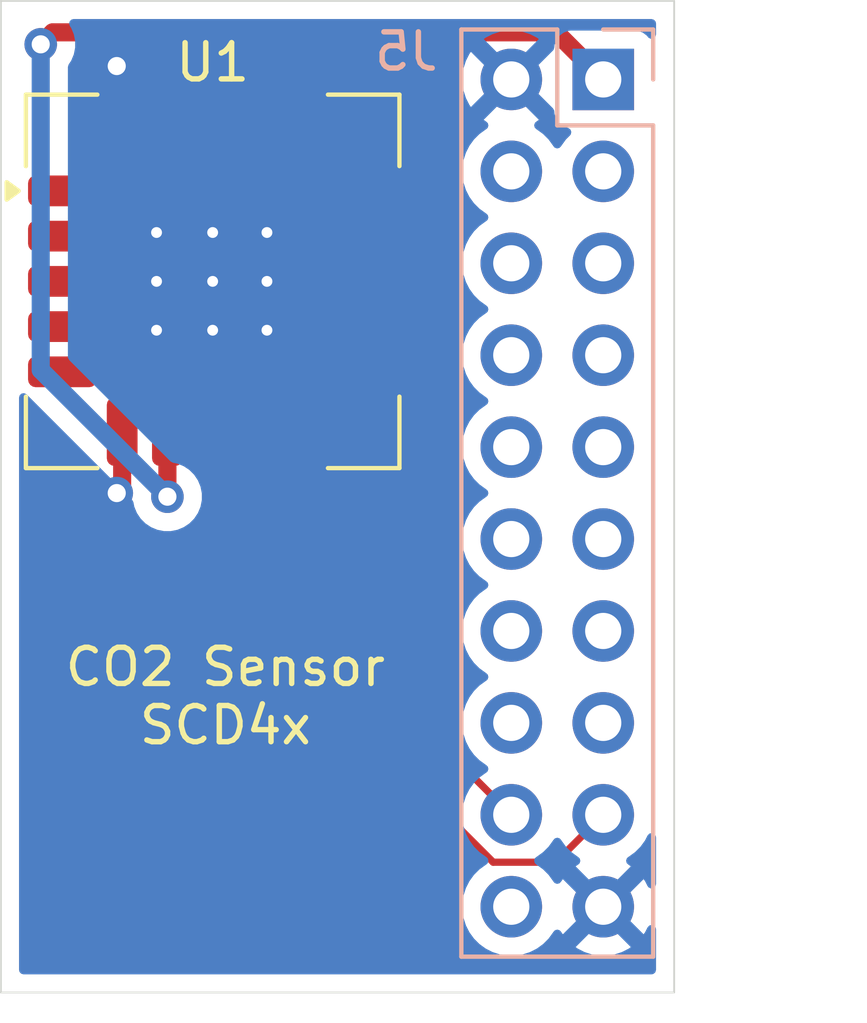
<source format=kicad_pcb>
(kicad_pcb (version 20241229) (generator "pcbnew") (generator_version "9.0")
  (layers (0 "F.Cu" signal) (2 "B.Cu" signal) (13 "F.Paste" user) (15 "B.Paste" user) (5 "F.SilkS" user "F.Silkscreen") (7 "B.SilkS" user "B.Silkscreen") (1 "F.Mask" user) (3 "B.Mask" user) (25 "Edge.Cuts" user))
  (net 0 "")
  (net 5 "/3V3")
  (net 9 "/SDA")
  (net 13 "/SCL")
  (net 15 "GND")
  (footprint "Sensor:Sensirion_SCD4x-1EP_10.1x10.1mm_P1.25mm_EP4.8x4.8mm" (layer "F.Cu") (at 135.65 100.15)
    (property "Reference" "U1" (at 0 -6.05 0) (layer "F.SilkS"))
    (property "Value" "SCD41-D-R2")
    (fp_line (start -5.16 -5.16) (end -3.185 -5.16) (stroke (width 0.12)) (layer "F.SilkS"))
    (fp_line (start -5.16 -3.185) (end -5.16 -5.16) (stroke (width 0.12)) (layer "F.SilkS"))
    (fp_line (start -5.16 5.16) (end -5.16 3.185) (stroke (width 0.12)) (layer "F.SilkS"))
    (fp_line (start -3.185 5.16) (end -5.16 5.16) (stroke (width 0.12)) (layer "F.SilkS"))
    (fp_line (start 3.185 -5.16) (end 5.16 -5.16) (stroke (width 0.12)) (layer "F.SilkS"))
    (fp_line (start 5.16 -5.16) (end 5.16 -3.185) (stroke (width 0.12)) (layer "F.SilkS"))
    (fp_line (start 5.16 3.185) (end 5.16 5.16) (stroke (width 0.12)) (layer "F.SilkS"))
    (fp_line (start 5.16 5.16) (end 3.185 5.16) (stroke (width 0.12)) (layer "F.SilkS"))
    (fp_poly (pts (xy -5.36 -2.5) (xy -5.69 -2.26) (xy -5.69 -2.74)) (stroke (width 0.12)) (fill yes) (layer "F.SilkS"))
    (pad "1" smd roundrect (at -4.15 -2.5) (size 1.9 0.85) (layers "F.Cu" "F.Mask" "F.Paste"))
    (pad "2" smd roundrect (at -4.15 -1.25) (size 1.9 0.85) (layers "F.Cu" "F.Mask" "F.Paste"))
    (pad "3" smd roundrect (at -4.15 0) (size 1.9 0.85) (layers "F.Cu" "F.Mask" "F.Paste"))
    (pad "4" smd roundrect (at -4.15 1.25) (size 1.9 0.85) (layers "F.Cu" "F.Mask" "F.Paste"))
    (pad "5" smd roundrect (at -4.15 2.5) (size 1.9 0.85) (layers "F.Cu" "F.Mask" "F.Paste"))
    (pad "6" smd roundrect (at -2.5 4.15) (size 0.85 1.9) (layers "F.Cu" "F.Mask" "F.Paste") (net 15 "GND"))
    (pad "7" smd roundrect (at -1.25 4.15) (size 0.85 1.9) (layers "F.Cu" "F.Mask" "F.Paste") (net 5 "/3V3"))
    (pad "8" smd roundrect (at 0 4.15) (size 0.85 1.9) (layers "F.Cu" "F.Mask" "F.Paste"))
    (pad "9" smd roundrect (at 1.25 4.15) (size 0.85 1.9) (layers "F.Cu" "F.Mask" "F.Paste") (net 13 "/SCL"))
    (pad "10" smd roundrect (at 2.5 4.15) (size 0.85 1.9) (layers "F.Cu" "F.Mask" "F.Paste") (net 9 "/SDA"))
    (pad "11" smd roundrect (at 4.15 2.5) (size 1.9 0.85) (layers "F.Cu" "F.Mask" "F.Paste"))
    (pad "12" smd roundrect (at 4.15 1.25) (size 1.9 0.85) (layers "F.Cu" "F.Mask" "F.Paste"))
    (pad "13" smd roundrect (at 4.15 0) (size 1.9 0.85) (layers "F.Cu" "F.Mask" "F.Paste"))
    (pad "14" smd roundrect (at 4.15 -1.25) (size 1.9 0.85) (layers "F.Cu" "F.Mask" "F.Paste"))
    (pad "15" smd roundrect (at 4.15 -2.5) (size 1.9 0.85) (layers "F.Cu" "F.Mask" "F.Paste"))
    (pad "16" smd roundrect (at 2.5 -4.15) (size 0.85 1.9) (layers "F.Cu" "F.Mask" "F.Paste"))
    (pad "17" smd roundrect (at 1.25 -4.15) (size 0.85 1.9) (layers "F.Cu" "F.Mask" "F.Paste"))
    (pad "18" smd roundrect (at 0 -4.15) (size 0.85 1.9) (layers "F.Cu" "F.Mask" "F.Paste"))
    (pad "19" smd roundrect (at -1.25 -4.15) (size 0.85 1.9) (layers "F.Cu" "F.Mask" "F.Paste") (net 5 "/3V3"))
    (pad "20" smd roundrect (at -2.5 -4.15) (size 0.85 1.9) (layers "F.Cu" "F.Mask" "F.Paste") (net 15 "GND"))
    (pad "21" smd rect (at 0 0) (size 4.8 4.8) (property pad_prop_heatsink) (layers "F.Cu" "F.Mask") (net 15 "GND"))
  )
  (footprint "Connector_PinHeader_2.54mm:PinHeader_2x10_P2.54mm_Vertical" (layer "B.Cu") (at 146.44 94.57 180)
    (property "Reference" "J5" (at 5.44 0.77 0) (layer "B.SilkS") (effects (justify mirror)))
    (property "Value" "Conn_02x10_Odd_Even")
    (fp_line (start 3.92 1.38) (end 3.92 -24.24) (stroke (width 0.12)) (layer "B.SilkS"))
    (fp_line (start 1.27 1.38) (end 3.92 1.38) (stroke (width 0.12)) (layer "B.SilkS"))
    (fp_line (start 1.27 -1.27) (end 1.27 1.38) (stroke (width 0.12)) (layer "B.SilkS"))
    (fp_line (start -1.38 1.38) (end 0 1.38) (stroke (width 0.12)) (layer "B.SilkS"))
    (fp_line (start -1.38 0) (end -1.38 1.38) (stroke (width 0.12)) (layer "B.SilkS"))
    (fp_line (start -1.38 -1.27) (end 1.27 -1.27) (stroke (width 0.12)) (layer "B.SilkS"))
    (fp_line (start -1.38 -1.27) (end -1.38 -24.24) (stroke (width 0.12)) (layer "B.SilkS"))
    (fp_line (start -1.38 -24.24) (end 3.92 -24.24) (stroke (width 0.12)) (layer "B.SilkS"))
    (pad "1" thru_hole rect (at 0 0 180) (size 1.7 1.7) (drill 1) (layers "*.Cu" "*.Mask") (net 5 "/3V3"))
    (pad "2" thru_hole circle (at 2.54 0 180) (size 1.7 1.7) (drill 1) (layers "*.Cu" "*.Mask") (net 15 "GND"))
    (pad "3" thru_hole circle (at 0 -2.54 180) (size 1.7 1.7) (drill 1) (layers "*.Cu" "*.Mask"))
    (pad "4" thru_hole circle (at 2.54 -2.54 180) (size 1.7 1.7) (drill 1) (layers "*.Cu" "*.Mask"))
    (pad "5" thru_hole circle (at 0 -5.08 180) (size 1.7 1.7) (drill 1) (layers "*.Cu" "*.Mask"))
    (pad "6" thru_hole circle (at 2.54 -5.08 180) (size 1.7 1.7) (drill 1) (layers "*.Cu" "*.Mask"))
    (pad "7" thru_hole circle (at 0 -7.62 180) (size 1.7 1.7) (drill 1) (layers "*.Cu" "*.Mask"))
    (pad "8" thru_hole circle (at 2.54 -7.62 180) (size 1.7 1.7) (drill 1) (layers "*.Cu" "*.Mask"))
    (pad "9" thru_hole circle (at 0 -10.16 180) (size 1.7 1.7) (drill 1) (layers "*.Cu" "*.Mask"))
    (pad "10" thru_hole circle (at 2.54 -10.16 180) (size 1.7 1.7) (drill 1) (layers "*.Cu" "*.Mask"))
    (pad "11" thru_hole circle (at 0 -12.7 180) (size 1.7 1.7) (drill 1) (layers "*.Cu" "*.Mask"))
    (pad "12" thru_hole circle (at 2.54 -12.7 180) (size 1.7 1.7) (drill 1) (layers "*.Cu" "*.Mask"))
    (pad "13" thru_hole circle (at 0 -15.24 180) (size 1.7 1.7) (drill 1) (layers "*.Cu" "*.Mask"))
    (pad "14" thru_hole circle (at 2.54 -15.24 180) (size 1.7 1.7) (drill 1) (layers "*.Cu" "*.Mask"))
    (pad "15" thru_hole circle (at 0 -17.78 180) (size 1.7 1.7) (drill 1) (layers "*.Cu" "*.Mask"))
    (pad "16" thru_hole circle (at 2.54 -17.78 180) (size 1.7 1.7) (drill 1) (layers "*.Cu" "*.Mask"))
    (pad "17" thru_hole circle (at 0 -20.32 180) (size 1.7 1.7) (drill 1) (layers "*.Cu" "*.Mask") (net 13 "/SCL"))
    (pad "18" thru_hole circle (at 2.54 -20.32 180) (size 1.7 1.7) (drill 1) (layers "*.Cu" "*.Mask") (net 9 "/SDA"))
    (pad "19" thru_hole circle (at 0 -22.86 180) (size 1.7 1.7) (drill 1) (layers "*.Cu" "*.Mask") (net 15 "GND"))
    (pad "20" thru_hole circle (at 2.54 -22.86 180) (size 1.7 1.7) (drill 1) (layers "*.Cu" "*.Mask"))
  )
  (gr_rect (start 129.8 92.4) (end 148.4 119.8) (stroke (width 0.05)) (fill no) (layer "Edge.Cuts"))
  (gr_text "CO2 Sensor\nSCD4x" (at 136 113 0) (layer "F.SilkS") (effects (font (size 1 1)) (justify bottom)))
  (segment (start 136.181001 93.269) (end 134.35 93.269) (width 0.5) (layer "F.Cu") (net 5))
  (segment (start 131.231 93.269) (end 130.9 93.6) (width 0.5) (layer "F.Cu") (net 5))
  (segment (start 134.4 96) (end 134.4 93.319) (width 0.5) (layer "F.Cu") (net 5))
  (segment (start 146.44 94.57) (end 145.139 93.269) (width 0.5) (layer "F.Cu") (net 5))
  (segment (start 145.139 93.269) (end 136.181001 93.269) (width 0.5) (layer "F.Cu") (net 5))
  (segment (start 134.4 106.1) (end 134.4 104.3) (width 0.5) (layer "F.Cu") (net 5))
  (segment (start 134.4 93.319) (end 134.35 93.269) (width 0.5) (layer "F.Cu") (net 5))
  (segment (start 134.35 93.269) (end 131.231 93.269) (width 0.5) (layer "F.Cu") (net 5))
  (via (at 130.9 93.6) (size 0.9) (drill 0.5) (layers "F.Cu" "B.Cu") (net 5))
  (via (at 134.4 106.1) (size 0.9) (drill 0.5) (layers "F.Cu" "B.Cu") (net 5))
  (segment (start 130.9 93.6) (end 130.9 102.6) (width 0.5) (layer "B.Cu") (net 5))
  (segment (start 130.9 102.6) (end 134.4 106.1) (width 0.5) (layer "B.Cu") (net 5))
  (segment (start 138.15 104.3) (end 138.15 109.14) (width 0.2) (layer "F.Cu") (net 9))
  (segment (start 138.15 109.14) (end 143.9 114.89) (width 0.2) (layer "F.Cu") (net 9))
  (segment (start 145.13 116.2) (end 143.4 116.2) (width 0.2) (layer "F.Cu") (net 13))
  (segment (start 136.9 109.7) (end 136.9 104.3) (width 0.2) (layer "F.Cu") (net 13))
  (segment (start 146.44 114.89) (end 145.13 116.2) (width 0.2) (layer "F.Cu") (net 13))
  (segment (start 143.4 116.2) (end 136.9 109.7) (width 0.2) (layer "F.Cu") (net 13))
  (segment (start 133.15 94.35) (end 133 94.2) (width 0.5) (layer "F.Cu") (net 15))
  (segment (start 133.15 104.3) (end 133.15 105.85) (width 0.5) (layer "F.Cu") (net 15))
  (segment (start 133.15 96) (end 133.15 94.35) (width 0.5) (layer "F.Cu") (net 15))
  (segment (start 133.15 105.85) (end 133 106) (width 0.5) (layer "F.Cu") (net 15))
  (via (at 135.65 100.15) (size 0.6) (drill 0.3) (layers "F.Cu" "B.Cu") (net 15))
  (via (at 137.15 98.8) (size 0.6) (drill 0.3) (layers "F.Cu" "B.Cu") (net 15))
  (via (at 137.15 100.15) (size 0.6) (drill 0.3) (layers "F.Cu" "B.Cu") (net 15))
  (via (at 135.65 101.5) (size 0.6) (drill 0.3) (layers "F.Cu" "B.Cu") (net 15))
  (via (at 134.1 100.15) (size 0.6) (drill 0.3) (layers "F.Cu" "B.Cu") (net 15))
  (via (at 133 94.2) (size 0.9) (drill 0.5) (layers "F.Cu" "B.Cu") (net 15))
  (via (at 134.1 98.8) (size 0.6) (drill 0.3) (layers "F.Cu" "B.Cu") (net 15))
  (via (at 137.15 101.5) (size 0.6) (drill 0.3) (layers "F.Cu" "B.Cu") (net 15))
  (via (at 135.65 98.8) (size 0.6) (drill 0.3) (layers "F.Cu" "B.Cu") (net 15))
  (via (at 133 106) (size 0.9) (drill 0.5) (layers "F.Cu" "B.Cu") (net 15))
  (via (at 134.1 101.5) (size 0.6) (drill 0.3) (layers "F.Cu" "B.Cu") (net 15))
  (zone (net 15) (net_name "GND") (layer "B.Cu") (connect_pads (clearance 0.5)) (min_thickness 0.25) (fill yes (thermal_gap 0.5) (thermal_bridge_width 0.5))
    (polygon (pts (xy 130 92.6) (xy 148.2 92.6) (xy 148.2 119.6) (xy 130 119.6)))
  )
)
</source>
